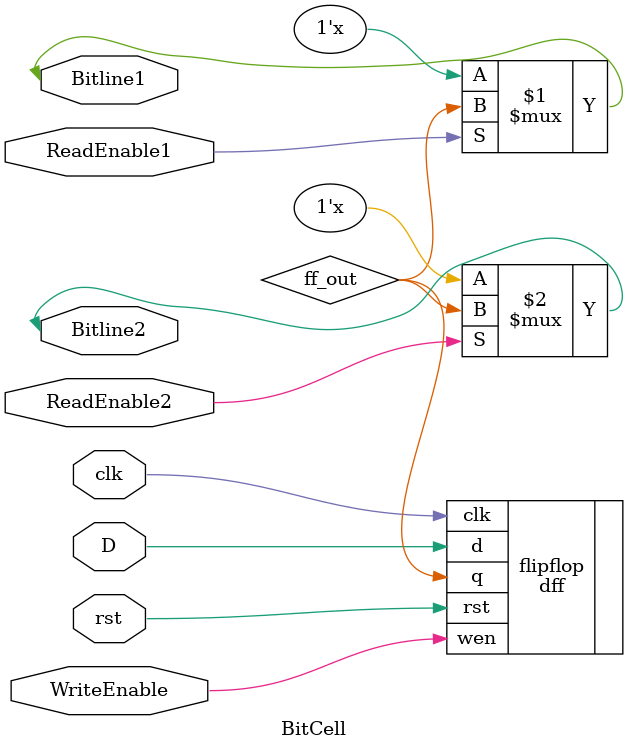
<source format=v>
module BitCell(clk, rst, D, WriteEnable, ReadEnable1, ReadEnable2, Bitline1, Bitline2);

input clk, rst, D, WriteEnable, ReadEnable1, ReadEnable2;
inout Bitline1, Bitline2;

wire ff_out;

dff flipflop(.q(ff_out), .d(D), .wen(WriteEnable), .clk(clk), .rst(rst));

assign Bitline1 = ReadEnable1 ? ff_out : 1'bz;
assign Bitline2 = ReadEnable2 ? ff_out : 1'bz;

endmodule

</source>
